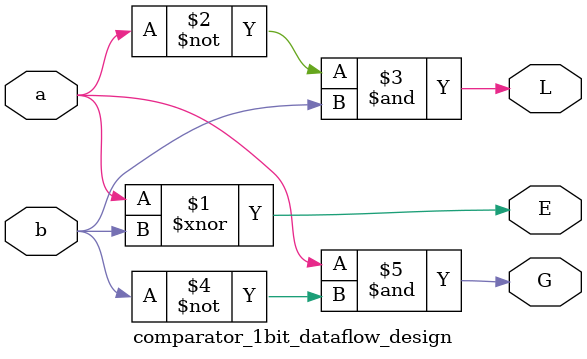
<source format=v>
`timescale 1ns / 1ps


module comparator_1bit_dataflow_design(
    input a,b,output L,E,G);
    
    assign E= a~^b;
    assign L= (~a)&b;
    assign G= a & (~b);
endmodule

</source>
